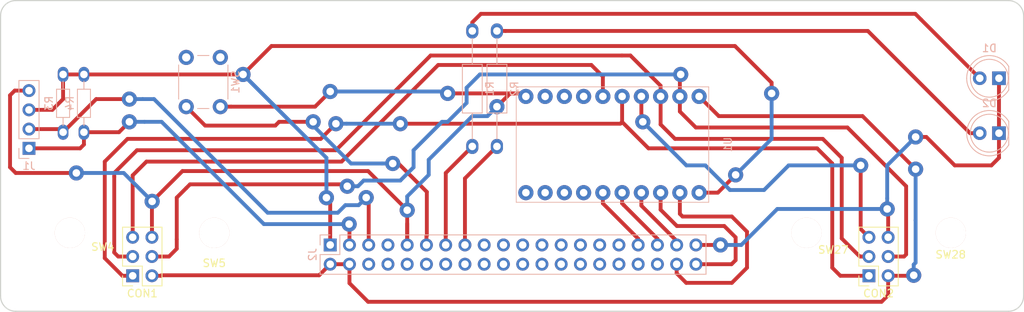
<source format=kicad_pcb>
(kicad_pcb (version 20170922) (host pcbnew "(2017-11-16 revision 00bb00016)-makepkg")

  (general
    (thickness 1.6)
    (drawings 8)
    (tracks 274)
    (zones 0)
    (modules 16)
    (nets 53)
  )

  (page A4)
  (layers
    (0 F.Cu signal)
    (31 B.Cu signal)
    (32 B.Adhes user)
    (33 F.Adhes user)
    (34 B.Paste user)
    (35 F.Paste user)
    (36 B.SilkS user)
    (37 F.SilkS user)
    (38 B.Mask user)
    (39 F.Mask user)
    (40 Dwgs.User user)
    (41 Cmts.User user)
    (42 Eco1.User user)
    (43 Eco2.User user)
    (44 Edge.Cuts user)
    (45 Margin user)
    (46 B.CrtYd user)
    (47 F.CrtYd user)
    (48 B.Fab user)
    (49 F.Fab user)
  )

  (setup
    (last_trace_width 0.5)
    (trace_clearance 0.7)
    (zone_clearance 0.508)
    (zone_45_only yes)
    (trace_min 0.5)
    (segment_width 0.2)
    (edge_width 0.15)
    (via_size 2)
    (via_drill 1)
    (via_min_size 0.8)
    (via_min_drill 0.4)
    (uvia_size 0.3)
    (uvia_drill 0.1)
    (uvias_allowed no)
    (uvia_min_size 0.007874)
    (uvia_min_drill 0.1)
    (pcb_text_width 0.3)
    (pcb_text_size 1.5 1.5)
    (mod_edge_width 0.15)
    (mod_text_size 1 1)
    (mod_text_width 0.15)
    (pad_size 2 1.4)
    (pad_drill 1)
    (pad_to_mask_clearance 0.2)
    (aux_axis_origin 0 0)
    (visible_elements 7FFFFF7F)
    (pcbplotparams
      (layerselection 0x01000_7fffffff)
      (usegerberextensions true)
      (usegerberattributes true)
      (usegerberadvancedattributes true)
      (creategerberjobfile true)
      (excludeedgelayer true)
      (linewidth 0.100000)
      (plotframeref false)
      (viasonmask false)
      (mode 1)
      (useauxorigin false)
      (hpglpennumber 1)
      (hpglpenspeed 20)
      (hpglpendiameter 15)
      (psnegative false)
      (psa4output false)
      (plotreference true)
      (plotvalue true)
      (plotinvisibletext false)
      (padsonsilk false)
      (subtractmaskfromsilk false)
      (outputformat 1)
      (mirror false)
      (drillshape 0)
      (scaleselection 1)
      (outputdirectory gerbers/))
  )

  (net 0 "")
  (net 1 "Net-(D2-Pad2)")
  (net 2 GND)
  (net 3 RST0_AVR)
  (net 4 MOSI_AVR)
  (net 5 SCLK_AVR)
  (net 6 +5V)
  (net 7 MISO_AVR)
  (net 8 RST1_AVR)
  (net 9 LED_GREEN)
  (net 10 LED_RED)
  (net 11 +3V3)
  (net 12 SCL)
  (net 13 SDA)
  (net 14 SCLK_PI)
  (net 15 MOSI_PI)
  (net 16 RST1_PI)
  (net 17 RST0_PI)
  (net 18 MISO_PI)
  (net 19 BTN)
  (net 20 "Net-(J2-Pad29)")
  (net 21 "Net-(J2-Pad28)")
  (net 22 "Net-(J2-Pad27)")
  (net 23 "Net-(J2-Pad26)")
  (net 24 "Net-(J2-Pad24)")
  (net 25 "Net-(J2-Pad23)")
  (net 26 "Net-(J2-Pad22)")
  (net 27 "Net-(J2-Pad21)")
  (net 28 "Net-(J2-Pad19)")
  (net 29 "Net-(J2-Pad18)")
  (net 30 "Net-(J2-Pad17)")
  (net 31 "Net-(J2-Pad16)")
  (net 32 "Net-(J2-Pad14)")
  (net 33 "Net-(J2-Pad12)")
  (net 34 "Net-(J2-Pad10)")
  (net 35 "Net-(J2-Pad8)")
  (net 36 "Net-(J2-Pad7)")
  (net 37 "Net-(U1-Pad14)")
  (net 38 "Net-(U1-Pad13)")
  (net 39 "Net-(U1-Pad12)")
  (net 40 "Net-(U1-Pad10)")
  (net 41 "Net-(U1-Pad9)")
  (net 42 "Net-(U1-Pad8)")
  (net 43 "Net-(U1-Pad6)")
  (net 44 "Net-(J2-Pad31)")
  (net 45 "Net-(D1-Pad2)")
  (net 46 "Net-(J2-Pad34)")
  (net 47 "Net-(J2-Pad30)")
  (net 48 "Net-(J2-Pad25)")
  (net 49 "Net-(J2-Pad20)")
  (net 50 "Net-(J2-Pad6)")
  (net 51 "Net-(J2-Pad32)")
  (net 52 "Net-(J2-Pad36)")

  (net_class Default "This is the default net class."
    (clearance 0.7)
    (trace_width 0.5)
    (via_dia 2)
    (via_drill 1)
    (uvia_dia 0.3)
    (uvia_drill 0.1)
    (diff_pair_gap 0.508)
    (diff_pair_width 0.508)
    (add_net +3V3)
    (add_net +5V)
    (add_net BTN)
    (add_net GND)
    (add_net LED_GREEN)
    (add_net LED_RED)
    (add_net MISO_AVR)
    (add_net MISO_PI)
    (add_net MOSI_AVR)
    (add_net MOSI_PI)
    (add_net "Net-(D1-Pad2)")
    (add_net "Net-(D2-Pad2)")
    (add_net "Net-(J2-Pad10)")
    (add_net "Net-(J2-Pad12)")
    (add_net "Net-(J2-Pad14)")
    (add_net "Net-(J2-Pad16)")
    (add_net "Net-(J2-Pad17)")
    (add_net "Net-(J2-Pad18)")
    (add_net "Net-(J2-Pad19)")
    (add_net "Net-(J2-Pad20)")
    (add_net "Net-(J2-Pad21)")
    (add_net "Net-(J2-Pad22)")
    (add_net "Net-(J2-Pad23)")
    (add_net "Net-(J2-Pad24)")
    (add_net "Net-(J2-Pad25)")
    (add_net "Net-(J2-Pad26)")
    (add_net "Net-(J2-Pad27)")
    (add_net "Net-(J2-Pad28)")
    (add_net "Net-(J2-Pad29)")
    (add_net "Net-(J2-Pad30)")
    (add_net "Net-(J2-Pad31)")
    (add_net "Net-(J2-Pad32)")
    (add_net "Net-(J2-Pad34)")
    (add_net "Net-(J2-Pad36)")
    (add_net "Net-(J2-Pad6)")
    (add_net "Net-(J2-Pad7)")
    (add_net "Net-(J2-Pad8)")
    (add_net "Net-(U1-Pad10)")
    (add_net "Net-(U1-Pad12)")
    (add_net "Net-(U1-Pad13)")
    (add_net "Net-(U1-Pad14)")
    (add_net "Net-(U1-Pad6)")
    (add_net "Net-(U1-Pad8)")
    (add_net "Net-(U1-Pad9)")
    (add_net RST0_AVR)
    (add_net RST0_PI)
    (add_net RST1_AVR)
    (add_net RST1_PI)
    (add_net SCL)
    (add_net SCLK_AVR)
    (add_net SCLK_PI)
    (add_net SDA)
  )

  (module Pin_Headers:Pin_Header_Straight_2x20_Pitch2.54mm (layer B.Cu) (tedit 5A1DD04C) (tstamp 5A1E7941)
    (at 44.25 33.5 270)
    (descr "Through hole straight pin header, 2x20, 2.54mm pitch, double rows")
    (tags "Through hole pin header THT 2x20 2.54mm double row")
    (path /5A1DA3B2)
    (fp_text reference J2 (at 1.27 2.33 270) (layer B.SilkS)
      (effects (font (size 1 1) (thickness 0.15)) (justify mirror))
    )
    (fp_text value RPI (at 1.27 -50.59 270) (layer B.Fab)
      (effects (font (size 1 1) (thickness 0.15)) (justify mirror))
    )
    (fp_text user %R (at 1.27 -24.13 180) (layer B.Fab)
      (effects (font (size 1 1) (thickness 0.15)) (justify mirror))
    )
    (fp_line (start 4.35 1.8) (end -1.8 1.8) (layer B.CrtYd) (width 0.05))
    (fp_line (start 4.35 -50.05) (end 4.35 1.8) (layer B.CrtYd) (width 0.05))
    (fp_line (start -1.8 -50.05) (end 4.35 -50.05) (layer B.CrtYd) (width 0.05))
    (fp_line (start -1.8 1.8) (end -1.8 -50.05) (layer B.CrtYd) (width 0.05))
    (fp_line (start -1.33 1.33) (end 0 1.33) (layer B.SilkS) (width 0.12))
    (fp_line (start -1.33 0) (end -1.33 1.33) (layer B.SilkS) (width 0.12))
    (fp_line (start 1.27 1.33) (end 3.87 1.33) (layer B.SilkS) (width 0.12))
    (fp_line (start 1.27 -1.27) (end 1.27 1.33) (layer B.SilkS) (width 0.12))
    (fp_line (start -1.33 -1.27) (end 1.27 -1.27) (layer B.SilkS) (width 0.12))
    (fp_line (start 3.87 1.33) (end 3.87 -49.59) (layer B.SilkS) (width 0.12))
    (fp_line (start -1.33 -1.27) (end -1.33 -49.59) (layer B.SilkS) (width 0.12))
    (fp_line (start -1.33 -49.59) (end 3.87 -49.59) (layer B.SilkS) (width 0.12))
    (fp_line (start -1.27 0) (end 0 1.27) (layer B.Fab) (width 0.1))
    (fp_line (start -1.27 -49.53) (end -1.27 0) (layer B.Fab) (width 0.1))
    (fp_line (start 3.81 -49.53) (end -1.27 -49.53) (layer B.Fab) (width 0.1))
    (fp_line (start 3.81 1.27) (end 3.81 -49.53) (layer B.Fab) (width 0.1))
    (fp_line (start 0 1.27) (end 3.81 1.27) (layer B.Fab) (width 0.1))
    (pad 40 thru_hole oval (at 2.54 -48.26 270) (size 1.7 1.7) (drill 1) (layers *.Cu *.Mask)
      (net 14 SCLK_PI))
    (pad 39 thru_hole oval (at 0 -48.26 270) (size 1.7 1.7) (drill 1) (layers *.Cu *.Mask)
      (net 2 GND))
    (pad 38 thru_hole oval (at 2.54 -45.72 270) (size 1.7 1.7) (drill 1) (layers *.Cu *.Mask)
      (net 15 MOSI_PI))
    (pad 37 thru_hole oval (at 0 -45.72 270) (size 1.7 1.7) (drill 1) (layers *.Cu *.Mask)
      (net 16 RST1_PI))
    (pad 36 thru_hole oval (at 2.54 -43.18 270) (size 1.7 1.7) (drill 1) (layers *.Cu *.Mask)
      (net 52 "Net-(J2-Pad36)"))
    (pad 35 thru_hole oval (at 0 -43.18 270) (size 1.7 1.7) (drill 1) (layers *.Cu *.Mask)
      (net 18 MISO_PI))
    (pad 34 thru_hole oval (at 2.54 -40.64 270) (size 1.7 1.7) (drill 1) (layers *.Cu *.Mask)
      (net 46 "Net-(J2-Pad34)"))
    (pad 33 thru_hole oval (at 0 -40.64 270) (size 1.7 1.7) (drill 1) (layers *.Cu *.Mask)
      (net 17 RST0_PI))
    (pad 32 thru_hole oval (at 2.54 -38.1 270) (size 1.7 1.7) (drill 1) (layers *.Cu *.Mask)
      (net 51 "Net-(J2-Pad32)"))
    (pad 31 thru_hole oval (at 0 -38.1 270) (size 1.7 1.7) (drill 1) (layers *.Cu *.Mask)
      (net 44 "Net-(J2-Pad31)"))
    (pad 30 thru_hole oval (at 2.54 -35.56 270) (size 1.7 1.7) (drill 1) (layers *.Cu *.Mask)
      (net 47 "Net-(J2-Pad30)"))
    (pad 29 thru_hole oval (at 0 -35.56 270) (size 1.7 1.7) (drill 1) (layers *.Cu *.Mask)
      (net 20 "Net-(J2-Pad29)"))
    (pad 28 thru_hole oval (at 2.54 -33.02 270) (size 1.7 1.7) (drill 1) (layers *.Cu *.Mask)
      (net 21 "Net-(J2-Pad28)"))
    (pad 27 thru_hole oval (at 0 -33.02 270) (size 1.7 1.7) (drill 1) (layers *.Cu *.Mask)
      (net 22 "Net-(J2-Pad27)"))
    (pad 26 thru_hole oval (at 2.54 -30.48 270) (size 1.7 1.7) (drill 1) (layers *.Cu *.Mask)
      (net 23 "Net-(J2-Pad26)"))
    (pad 25 thru_hole oval (at 0 -30.48 270) (size 1.7 1.7) (drill 1) (layers *.Cu *.Mask)
      (net 48 "Net-(J2-Pad25)"))
    (pad 24 thru_hole oval (at 2.54 -27.94 270) (size 1.7 1.7) (drill 1) (layers *.Cu *.Mask)
      (net 24 "Net-(J2-Pad24)"))
    (pad 23 thru_hole oval (at 0 -27.94 270) (size 1.7 1.7) (drill 1) (layers *.Cu *.Mask)
      (net 25 "Net-(J2-Pad23)"))
    (pad 22 thru_hole oval (at 2.54 -25.4 270) (size 1.7 1.7) (drill 1) (layers *.Cu *.Mask)
      (net 26 "Net-(J2-Pad22)"))
    (pad 21 thru_hole oval (at 0 -25.4 270) (size 1.7 1.7) (drill 1) (layers *.Cu *.Mask)
      (net 27 "Net-(J2-Pad21)"))
    (pad 20 thru_hole oval (at 2.54 -22.86 270) (size 1.7 1.7) (drill 1) (layers *.Cu *.Mask)
      (net 49 "Net-(J2-Pad20)"))
    (pad 19 thru_hole oval (at 0 -22.86 270) (size 1.7 1.7) (drill 1) (layers *.Cu *.Mask)
      (net 28 "Net-(J2-Pad19)"))
    (pad 18 thru_hole oval (at 2.54 -20.32 270) (size 1.7 1.7) (drill 1) (layers *.Cu *.Mask)
      (net 29 "Net-(J2-Pad18)"))
    (pad 17 thru_hole oval (at 0 -20.32 270) (size 1.7 1.7) (drill 1) (layers *.Cu *.Mask)
      (net 30 "Net-(J2-Pad17)"))
    (pad 16 thru_hole oval (at 2.54 -17.78 270) (size 1.7 1.7) (drill 1) (layers *.Cu *.Mask)
      (net 31 "Net-(J2-Pad16)"))
    (pad 15 thru_hole oval (at 0 -17.78 270) (size 1.7 1.7) (drill 1) (layers *.Cu *.Mask)
      (net 10 LED_RED))
    (pad 14 thru_hole oval (at 2.54 -15.24 270) (size 1.7 1.7) (drill 1) (layers *.Cu *.Mask)
      (net 32 "Net-(J2-Pad14)"))
    (pad 13 thru_hole oval (at 0 -15.24 270) (size 1.7 1.7) (drill 1) (layers *.Cu *.Mask)
      (net 9 LED_GREEN))
    (pad 12 thru_hole oval (at 2.54 -12.7 270) (size 1.7 1.7) (drill 1) (layers *.Cu *.Mask)
      (net 33 "Net-(J2-Pad12)"))
    (pad 11 thru_hole oval (at 0 -12.7 270) (size 1.7 1.7) (drill 1) (layers *.Cu *.Mask)
      (net 19 BTN))
    (pad 10 thru_hole oval (at 2.54 -10.16 270) (size 1.7 1.7) (drill 1) (layers *.Cu *.Mask)
      (net 34 "Net-(J2-Pad10)"))
    (pad 9 thru_hole oval (at 0 -10.16 270) (size 1.7 1.7) (drill 1) (layers *.Cu *.Mask)
      (net 2 GND))
    (pad 8 thru_hole oval (at 2.54 -7.62 270) (size 1.7 1.7) (drill 1) (layers *.Cu *.Mask)
      (net 35 "Net-(J2-Pad8)"))
    (pad 7 thru_hole oval (at 0 -7.62 270) (size 1.7 1.7) (drill 1) (layers *.Cu *.Mask)
      (net 36 "Net-(J2-Pad7)"))
    (pad 6 thru_hole oval (at 2.54 -5.08 270) (size 1.7 1.7) (drill 1) (layers *.Cu *.Mask)
      (net 50 "Net-(J2-Pad6)"))
    (pad 5 thru_hole oval (at 0 -5.08 270) (size 1.7 1.7) (drill 1) (layers *.Cu *.Mask)
      (net 12 SCL))
    (pad 4 thru_hole oval (at 2.54 -2.54 270) (size 1.7 1.7) (drill 1) (layers *.Cu *.Mask)
      (net 6 +5V))
    (pad 3 thru_hole oval (at 0 -2.54 270) (size 1.7 1.7) (drill 1) (layers *.Cu *.Mask)
      (net 13 SDA))
    (pad 2 thru_hole oval (at 2.54 0 270) (size 1.7 1.7) (drill 1) (layers *.Cu *.Mask)
      (net 6 +5V))
    (pad 1 thru_hole rect (at 0 0 270) (size 1.7 1.7) (drill 1) (layers *.Cu *.Mask)
      (net 11 +3V3))
    (pad "" np_thru_hole circle (at -21.73 4.87 270) (size 3.2 3.2) (drill 3.2) (layers *.Cu *.Mask))
    (pad "" np_thru_hole circle (at -21.73 -53.13 270) (size 3.2 3.2) (drill 3.2) (layers *.Cu *.Mask))
    (model ${KISYS3DMOD}/Pin_Headers.3dshapes/Pin_Header_Straight_2x20_Pitch2.54mm.wrl
      (at (xyz 0 0 0))
      (scale (xyz 1 1 1))
      (rotate (xyz 0 0 0))
    )
  )

  (module CherryMX:Kailh-socket (layer B.Cu) (tedit 5A1DD20C) (tstamp 59EDB965)
    (at 28.95 31.9 180)
    (path /5A0DE9BD/5A1764A4)
    (fp_text reference SW5 (at 0 -4) (layer F.SilkS)
      (effects (font (size 1 1) (thickness 0.15)))
    )
    (fp_text value Socket (at 0 -6 180) (layer B.Fab)
      (effects (font (size 1 1) (thickness 0.15)) (justify mirror))
    )
    (fp_line (start -2.032 1.905) (end -2.032 1.524) (layer B.Fab) (width 0.1))
    (fp_arc (start 3.683 3.81) (end 4.318 3.81) (angle -90) (layer B.Fab) (width 0.1))
    (fp_arc (start -0.762 1.905) (end -2.032 1.905) (angle -90) (layer B.Fab) (width 0.1))
    (fp_arc (start -2.667 1.524) (end -2.032 1.524) (angle -90) (layer B.Fab) (width 0.1))
    (fp_line (start 3.683 3.175) (end -0.762 3.175) (layer B.Fab) (width 0.1))
    (fp_line (start 4.318 6.858) (end 4.318 3.81) (layer B.Fab) (width 0.1))
    (fp_line (start -3.937 6.858) (end 4.318 6.858) (layer B.Fab) (width 0.1))
    (fp_arc (start -3.937 4.953) (end -5.842 4.953) (angle -90) (layer B.Fab) (width 0.1))
    (fp_line (start -5.842 0.889) (end -5.842 4.953) (layer B.Fab) (width 0.1))
    (fp_line (start -5.842 0.889) (end -2.667 0.889) (layer B.Fab) (width 0.1))
    (fp_line (start -7 -7) (end -7 7) (layer Dwgs.User) (width 0.1))
    (fp_line (start 7 -7) (end -7 -7) (layer Dwgs.User) (width 0.1))
    (fp_line (start 7 7) (end 7 -7) (layer Dwgs.User) (width 0.1))
    (fp_line (start -7 7) (end 7 7) (layer Dwgs.User) (width 0.1))
    (pad "" np_thru_hole circle (at 0 0 180) (size 4 4) (drill 4) (layers *.Cu *.Mask B.SilkS))
    (model :3DFiles:KailhMXsocket.step
      (at (xyz -0.02755905511811024 0.1535433070866142 -0.07677165354330709))
      (scale (xyz 1 1 1))
      (rotate (xyz 0 0 90))
    )
  )

  (module CherryMX:Kailh-socket (layer B.Cu) (tedit 5A1DD204) (tstamp 5A158A9F)
    (at 9.9 31.9 180)
    (path /5A0DE9BD/5A176446)
    (fp_text reference SW4 (at -4.346 -1.857) (layer F.SilkS)
      (effects (font (size 1 1) (thickness 0.15)))
    )
    (fp_text value Socket (at 0 -6 180) (layer B.Fab)
      (effects (font (size 1 1) (thickness 0.15)) (justify mirror))
    )
    (fp_line (start -2.032 1.905) (end -2.032 1.524) (layer B.Fab) (width 0.1))
    (fp_arc (start 3.683 3.81) (end 4.318 3.81) (angle -90) (layer B.Fab) (width 0.1))
    (fp_arc (start -0.762 1.905) (end -2.032 1.905) (angle -90) (layer B.Fab) (width 0.1))
    (fp_arc (start -2.667 1.524) (end -2.032 1.524) (angle -90) (layer B.Fab) (width 0.1))
    (fp_line (start 3.683 3.175) (end -0.762 3.175) (layer B.Fab) (width 0.1))
    (fp_line (start 4.318 6.858) (end 4.318 3.81) (layer B.Fab) (width 0.1))
    (fp_line (start -3.937 6.858) (end 4.318 6.858) (layer B.Fab) (width 0.1))
    (fp_arc (start -3.937 4.953) (end -5.842 4.953) (angle -90) (layer B.Fab) (width 0.1))
    (fp_line (start -5.842 0.889) (end -5.842 4.953) (layer B.Fab) (width 0.1))
    (fp_line (start -5.842 0.889) (end -2.667 0.889) (layer B.Fab) (width 0.1))
    (fp_line (start -7 -7) (end -7 7) (layer Dwgs.User) (width 0.1))
    (fp_line (start 7 -7) (end -7 -7) (layer Dwgs.User) (width 0.1))
    (fp_line (start 7 7) (end 7 -7) (layer Dwgs.User) (width 0.1))
    (fp_line (start -7 7) (end 7 7) (layer Dwgs.User) (width 0.1))
    (pad "" np_thru_hole circle (at 0 0 180) (size 4 4) (drill 4) (layers *.Cu *.Mask B.SilkS))
    (model :3DFiles:KailhMXsocket.step
      (at (xyz -0.02755905511811024 0.1535433070866142 -0.07677165354330709))
      (scale (xyz 1 1 1))
      (rotate (xyz 0 0 90))
    )
  )

  (module CherryMX:Kailh-socket (layer B.Cu) (tedit 5A1DD0E3) (tstamp 5A0FB6AE)
    (at 126.15 31.9 180)
    (path /5A0DF911/5A17DD05)
    (fp_text reference SW28 (at 0.017 -2.873) (layer F.SilkS)
      (effects (font (size 1 1) (thickness 0.15)))
    )
    (fp_text value Socket (at 0 -6 180) (layer B.Fab)
      (effects (font (size 1 1) (thickness 0.15)) (justify mirror))
    )
    (fp_line (start -2.032 1.905) (end -2.032 1.524) (layer B.Fab) (width 0.1))
    (fp_arc (start 3.683 3.81) (end 4.318 3.81) (angle -90) (layer B.Fab) (width 0.1))
    (fp_arc (start -0.762 1.905) (end -2.032 1.905) (angle -90) (layer B.Fab) (width 0.1))
    (fp_arc (start -2.667 1.524) (end -2.032 1.524) (angle -90) (layer B.Fab) (width 0.1))
    (fp_line (start 3.683 3.175) (end -0.762 3.175) (layer B.Fab) (width 0.1))
    (fp_line (start 4.318 6.858) (end 4.318 3.81) (layer B.Fab) (width 0.1))
    (fp_line (start -3.937 6.858) (end 4.318 6.858) (layer B.Fab) (width 0.1))
    (fp_arc (start -3.937 4.953) (end -5.842 4.953) (angle -90) (layer B.Fab) (width 0.1))
    (fp_line (start -5.842 0.889) (end -5.842 4.953) (layer B.Fab) (width 0.1))
    (fp_line (start -5.842 0.889) (end -2.667 0.889) (layer B.Fab) (width 0.1))
    (fp_line (start -7 -7) (end -7 7) (layer Dwgs.User) (width 0.1))
    (fp_line (start 7 -7) (end -7 -7) (layer Dwgs.User) (width 0.1))
    (fp_line (start 7 7) (end 7 -7) (layer Dwgs.User) (width 0.1))
    (fp_line (start -7 7) (end 7 7) (layer Dwgs.User) (width 0.1))
    (pad "" np_thru_hole circle (at 0 0 180) (size 4 4) (drill 4) (layers *.Cu *.Mask B.SilkS))
    (model :3DFiles:KailhMXsocket.step
      (at (xyz -0.02755905511811024 0.1535433070866142 -0.07677165354330709))
      (scale (xyz 1 1 1))
      (rotate (xyz 0 0 90))
    )
  )

  (module CherryMX:Kailh-socket (layer B.Cu) (tedit 5A1DD0D2) (tstamp 5A0FB696)
    (at 107.1 31.9 180)
    (path /5A0DF911/5A17DCFE)
    (fp_text reference SW27 (at -3.539 -2.238) (layer F.SilkS)
      (effects (font (size 1 1) (thickness 0.15)))
    )
    (fp_text value Socket (at 0 -6 180) (layer B.Fab)
      (effects (font (size 1 1) (thickness 0.15)) (justify mirror))
    )
    (fp_line (start -2.032 1.905) (end -2.032 1.524) (layer B.Fab) (width 0.1))
    (fp_arc (start 3.683 3.81) (end 4.318 3.81) (angle -90) (layer B.Fab) (width 0.1))
    (fp_arc (start -0.762 1.905) (end -2.032 1.905) (angle -90) (layer B.Fab) (width 0.1))
    (fp_arc (start -2.667 1.524) (end -2.032 1.524) (angle -90) (layer B.Fab) (width 0.1))
    (fp_line (start 3.683 3.175) (end -0.762 3.175) (layer B.Fab) (width 0.1))
    (fp_line (start 4.318 6.858) (end 4.318 3.81) (layer B.Fab) (width 0.1))
    (fp_line (start -3.937 6.858) (end 4.318 6.858) (layer B.Fab) (width 0.1))
    (fp_arc (start -3.937 4.953) (end -5.842 4.953) (angle -90) (layer B.Fab) (width 0.1))
    (fp_line (start -5.842 0.889) (end -5.842 4.953) (layer B.Fab) (width 0.1))
    (fp_line (start -5.842 0.889) (end -2.667 0.889) (layer B.Fab) (width 0.1))
    (fp_line (start -7 -7) (end -7 7) (layer Dwgs.User) (width 0.1))
    (fp_line (start 7 -7) (end -7 -7) (layer Dwgs.User) (width 0.1))
    (fp_line (start 7 7) (end 7 -7) (layer Dwgs.User) (width 0.1))
    (fp_line (start -7 7) (end 7 7) (layer Dwgs.User) (width 0.1))
    (pad "" np_thru_hole circle (at 0 0 180) (size 4 4) (drill 4) (layers *.Cu *.Mask B.SilkS))
    (model :3DFiles:KailhMXsocket.step
      (at (xyz -0.02755905511811024 0.1535433070866142 -0.07677165354330709))
      (scale (xyz 1 1 1))
      (rotate (xyz 0 0 90))
    )
  )

  (module Pin_Headers:Pin_Header_Straight_2x03_Pitch2.54mm (layer B.Cu) (tedit 5A1DAF0E) (tstamp 5A1585A6)
    (at 18.183 37.567)
    (descr "Through hole straight pin header, 2x03, 2.54mm pitch, double rows")
    (tags "Through hole pin header THT 2x03 2.54mm double row")
    (path /5A1DBB06)
    (fp_text reference CON1 (at 1.27 2.33) (layer F.SilkS)
      (effects (font (size 1 1) (thickness 0.15)))
    )
    (fp_text value AVR-ISP-6 (at 1.27 -7.41) (layer B.Fab)
      (effects (font (size 1 1) (thickness 0.15)) (justify mirror))
    )
    (fp_line (start 0 1.27) (end 3.81 1.27) (layer B.Fab) (width 0.1))
    (fp_line (start 3.81 1.27) (end 3.81 -6.35) (layer B.Fab) (width 0.1))
    (fp_line (start 3.81 -6.35) (end -1.27 -6.35) (layer B.Fab) (width 0.1))
    (fp_line (start -1.27 -6.35) (end -1.27 0) (layer B.Fab) (width 0.1))
    (fp_line (start -1.27 0) (end 0 1.27) (layer B.Fab) (width 0.1))
    (fp_line (start -1.33 -6.41) (end 3.87 -6.41) (layer F.SilkS) (width 0.12))
    (fp_line (start -1.33 -1.27) (end -1.33 -6.41) (layer F.SilkS) (width 0.12))
    (fp_line (start 3.87 1.33) (end 3.87 -6.41) (layer F.SilkS) (width 0.12))
    (fp_line (start -1.33 -1.27) (end 1.27 -1.27) (layer F.SilkS) (width 0.12))
    (fp_line (start 1.27 -1.27) (end 1.27 1.33) (layer F.SilkS) (width 0.12))
    (fp_line (start 1.27 1.33) (end 3.87 1.33) (layer F.SilkS) (width 0.12))
    (fp_line (start -1.33 0) (end -1.33 1.33) (layer F.SilkS) (width 0.12))
    (fp_line (start -1.33 1.33) (end 0 1.33) (layer F.SilkS) (width 0.12))
    (fp_line (start -1.8 1.8) (end -1.8 -6.85) (layer B.CrtYd) (width 0.05))
    (fp_line (start -1.8 -6.85) (end 4.35 -6.85) (layer B.CrtYd) (width 0.05))
    (fp_line (start 4.35 -6.85) (end 4.35 1.8) (layer B.CrtYd) (width 0.05))
    (fp_line (start 4.35 1.8) (end -1.8 1.8) (layer B.CrtYd) (width 0.05))
    (fp_text user %R (at 1.27 -2.54 -90) (layer B.Fab)
      (effects (font (size 1 1) (thickness 0.15)) (justify mirror))
    )
    (pad 1 thru_hole rect (at 0 0) (size 1.7 1.7) (drill 1) (layers *.Cu *.Mask)
      (net 7 MISO_AVR))
    (pad 2 thru_hole oval (at 2.54 0) (size 1.7 1.7) (drill 1) (layers *.Cu *.Mask)
      (net 6 +5V))
    (pad 3 thru_hole oval (at 0 -2.54) (size 1.7 1.7) (drill 1) (layers *.Cu *.Mask)
      (net 5 SCLK_AVR))
    (pad 4 thru_hole oval (at 2.54 -2.54) (size 1.7 1.7) (drill 1) (layers *.Cu *.Mask)
      (net 4 MOSI_AVR))
    (pad 5 thru_hole oval (at 0 -5.08) (size 1.7 1.7) (drill 1) (layers *.Cu *.Mask)
      (net 3 RST0_AVR))
    (pad 6 thru_hole oval (at 2.54 -5.08) (size 1.7 1.7) (drill 1) (layers *.Cu *.Mask)
      (net 2 GND))
  )

  (module Pin_Headers:Pin_Header_Straight_2x03_Pitch2.54mm (layer B.Cu) (tedit 5A1DAF15) (tstamp 5A158825)
    (at 115.338 37.567)
    (descr "Through hole straight pin header, 2x03, 2.54mm pitch, double rows")
    (tags "Through hole pin header THT 2x03 2.54mm double row")
    (path /5A1DBF33)
    (fp_text reference CON2 (at 1.27 2.33) (layer F.SilkS)
      (effects (font (size 1 1) (thickness 0.15)))
    )
    (fp_text value AVR-ISP-6 (at 1.27 -7.41) (layer B.Fab)
      (effects (font (size 1 1) (thickness 0.15)) (justify mirror))
    )
    (fp_text user %R (at 1.27 -2.54 -90) (layer B.Fab)
      (effects (font (size 1 1) (thickness 0.15)) (justify mirror))
    )
    (fp_line (start 4.35 1.8) (end -1.8 1.8) (layer B.CrtYd) (width 0.05))
    (fp_line (start 4.35 -6.85) (end 4.35 1.8) (layer B.CrtYd) (width 0.05))
    (fp_line (start -1.8 -6.85) (end 4.35 -6.85) (layer B.CrtYd) (width 0.05))
    (fp_line (start -1.8 1.8) (end -1.8 -6.85) (layer B.CrtYd) (width 0.05))
    (fp_line (start -1.33 1.33) (end 0 1.33) (layer F.SilkS) (width 0.12))
    (fp_line (start -1.33 0) (end -1.33 1.33) (layer F.SilkS) (width 0.12))
    (fp_line (start 1.27 1.33) (end 3.87 1.33) (layer F.SilkS) (width 0.12))
    (fp_line (start 1.27 -1.27) (end 1.27 1.33) (layer F.SilkS) (width 0.12))
    (fp_line (start -1.33 -1.27) (end 1.27 -1.27) (layer F.SilkS) (width 0.12))
    (fp_line (start 3.87 1.33) (end 3.87 -6.41) (layer F.SilkS) (width 0.12))
    (fp_line (start -1.33 -1.27) (end -1.33 -6.41) (layer F.SilkS) (width 0.12))
    (fp_line (start -1.33 -6.41) (end 3.87 -6.41) (layer F.SilkS) (width 0.12))
    (fp_line (start -1.27 0) (end 0 1.27) (layer B.Fab) (width 0.1))
    (fp_line (start -1.27 -6.35) (end -1.27 0) (layer B.Fab) (width 0.1))
    (fp_line (start 3.81 -6.35) (end -1.27 -6.35) (layer B.Fab) (width 0.1))
    (fp_line (start 3.81 1.27) (end 3.81 -6.35) (layer B.Fab) (width 0.1))
    (fp_line (start 0 1.27) (end 3.81 1.27) (layer B.Fab) (width 0.1))
    (pad 6 thru_hole oval (at 2.54 -5.08) (size 1.7 1.7) (drill 1) (layers *.Cu *.Mask)
      (net 2 GND))
    (pad 5 thru_hole oval (at 0 -5.08) (size 1.7 1.7) (drill 1) (layers *.Cu *.Mask)
      (net 8 RST1_AVR))
    (pad 4 thru_hole oval (at 2.54 -2.54) (size 1.7 1.7) (drill 1) (layers *.Cu *.Mask)
      (net 4 MOSI_AVR))
    (pad 3 thru_hole oval (at 0 -2.54) (size 1.7 1.7) (drill 1) (layers *.Cu *.Mask)
      (net 5 SCLK_AVR))
    (pad 2 thru_hole oval (at 2.54 0) (size 1.7 1.7) (drill 1) (layers *.Cu *.Mask)
      (net 6 +5V))
    (pad 1 thru_hole rect (at 0 0) (size 1.7 1.7) (drill 1) (layers *.Cu *.Mask)
      (net 7 MISO_AVR))
  )

  (module LEDs:LED_D5.0mm (layer B.Cu) (tedit 5A1DE5E8) (tstamp 5A1E78D9)
    (at 132.5 11.5 180)
    (descr "LED, diameter 5.0mm, 2 pins, http://cdn-reichelt.de/documents/datenblatt/A500/LL-504BC2E-009.pdf")
    (tags "LED diameter 5.0mm 2 pins")
    (path /5A1DD521)
    (fp_text reference D1 (at 1.27 3.96 180) (layer B.SilkS)
      (effects (font (size 1 1) (thickness 0.15)) (justify mirror))
    )
    (fp_text value Green (at 1.27 -3.96 180) (layer B.Fab)
      (effects (font (size 1 1) (thickness 0.15)) (justify mirror))
    )
    (fp_text user %R (at 1.25 0 180) (layer B.Fab)
      (effects (font (size 0.8 0.8) (thickness 0.2)) (justify mirror))
    )
    (fp_line (start 4.5 3.25) (end -1.95 3.25) (layer B.CrtYd) (width 0.05))
    (fp_line (start 4.5 -3.25) (end 4.5 3.25) (layer B.CrtYd) (width 0.05))
    (fp_line (start -1.95 -3.25) (end 4.5 -3.25) (layer B.CrtYd) (width 0.05))
    (fp_line (start -1.95 3.25) (end -1.95 -3.25) (layer B.CrtYd) (width 0.05))
    (fp_line (start -1.29 1.545) (end -1.29 -1.545) (layer B.SilkS) (width 0.12))
    (fp_line (start -1.23 1.469694) (end -1.23 -1.469694) (layer B.Fab) (width 0.1))
    (fp_circle (center 1.27 0) (end 3.77 0) (layer B.SilkS) (width 0.12))
    (fp_circle (center 1.27 0) (end 3.77 0) (layer B.Fab) (width 0.1))
    (fp_arc (start 1.27 0) (end -1.29 -1.54483) (angle 148.9) (layer B.SilkS) (width 0.12))
    (fp_arc (start 1.27 0) (end -1.29 1.54483) (angle -148.9) (layer B.SilkS) (width 0.12))
    (fp_arc (start 1.27 0) (end -1.23 1.469694) (angle -299.1) (layer B.Fab) (width 0.1))
    (pad 2 thru_hole circle (at 2.54 0 180) (size 1.8 1.8) (drill 1) (layers *.Cu *.Mask)
      (net 45 "Net-(D1-Pad2)"))
    (pad 1 thru_hole rect (at 0 0 180) (size 1.8 1.8) (drill 1) (layers *.Cu *.Mask)
      (net 2 GND))
    (model ${KISYS3DMOD}/LEDs.3dshapes/LED_D5.0mm.wrl
      (at (xyz 0 0 0))
      (scale (xyz 0.393701 0.393701 0.393701))
      (rotate (xyz 0 0 0))
    )
  )

  (module LEDs:LED_D5.0mm (layer B.Cu) (tedit 5A1DE5E0) (tstamp 5A1E78EB)
    (at 132.5 18.75 180)
    (descr "LED, diameter 5.0mm, 2 pins, http://cdn-reichelt.de/documents/datenblatt/A500/LL-504BC2E-009.pdf")
    (tags "LED diameter 5.0mm 2 pins")
    (path /5A1DDBFE)
    (fp_text reference D2 (at 1.27 3.96 180) (layer B.SilkS)
      (effects (font (size 1 1) (thickness 0.15)) (justify mirror))
    )
    (fp_text value Red (at 1.27 -3.96 180) (layer B.Fab)
      (effects (font (size 1 1) (thickness 0.15)) (justify mirror))
    )
    (fp_arc (start 1.27 0) (end -1.23 1.469694) (angle -299.1) (layer B.Fab) (width 0.1))
    (fp_arc (start 1.27 0) (end -1.29 1.54483) (angle -148.9) (layer B.SilkS) (width 0.12))
    (fp_arc (start 1.27 0) (end -1.29 -1.54483) (angle 148.9) (layer B.SilkS) (width 0.12))
    (fp_circle (center 1.27 0) (end 3.77 0) (layer B.Fab) (width 0.1))
    (fp_circle (center 1.27 0) (end 3.77 0) (layer B.SilkS) (width 0.12))
    (fp_line (start -1.23 1.469694) (end -1.23 -1.469694) (layer B.Fab) (width 0.1))
    (fp_line (start -1.29 1.545) (end -1.29 -1.545) (layer B.SilkS) (width 0.12))
    (fp_line (start -1.95 3.25) (end -1.95 -3.25) (layer B.CrtYd) (width 0.05))
    (fp_line (start -1.95 -3.25) (end 4.5 -3.25) (layer B.CrtYd) (width 0.05))
    (fp_line (start 4.5 -3.25) (end 4.5 3.25) (layer B.CrtYd) (width 0.05))
    (fp_line (start 4.5 3.25) (end -1.95 3.25) (layer B.CrtYd) (width 0.05))
    (fp_text user %R (at 1.25 0 180) (layer B.Fab)
      (effects (font (size 0.8 0.8) (thickness 0.2)) (justify mirror))
    )
    (pad 1 thru_hole rect (at 0 0 180) (size 1.8 1.8) (drill 1) (layers *.Cu *.Mask)
      (net 2 GND))
    (pad 2 thru_hole circle (at 2.54 0 180) (size 1.8 1.8) (drill 1) (layers *.Cu *.Mask)
      (net 1 "Net-(D2-Pad2)"))
    (model ${KISYS3DMOD}/LEDs.3dshapes/LED_D5.0mm.wrl
      (at (xyz 0 0 0))
      (scale (xyz 0.393701 0.393701 0.393701))
      (rotate (xyz 0 0 0))
    )
  )

  (module Pin_Headers:Pin_Header_Straight_1x04_Pitch2.54mm (layer B.Cu) (tedit 59650532) (tstamp 5A1EC451)
    (at 4.5 20.75)
    (descr "Through hole straight pin header, 1x04, 2.54mm pitch, single row")
    (tags "Through hole pin header THT 1x04 2.54mm single row")
    (path /5A1DBFD7)
    (fp_text reference J1 (at 0 2.33) (layer B.SilkS)
      (effects (font (size 1 1) (thickness 0.15)) (justify mirror))
    )
    (fp_text value OLED (at 0 -9.95) (layer B.Fab)
      (effects (font (size 1 1) (thickness 0.15)) (justify mirror))
    )
    (fp_text user %R (at 0 -3.81 -90) (layer B.Fab)
      (effects (font (size 1 1) (thickness 0.15)) (justify mirror))
    )
    (fp_line (start 1.8 1.8) (end -1.8 1.8) (layer B.CrtYd) (width 0.05))
    (fp_line (start 1.8 -9.4) (end 1.8 1.8) (layer B.CrtYd) (width 0.05))
    (fp_line (start -1.8 -9.4) (end 1.8 -9.4) (layer B.CrtYd) (width 0.05))
    (fp_line (start -1.8 1.8) (end -1.8 -9.4) (layer B.CrtYd) (width 0.05))
    (fp_line (start -1.33 1.33) (end 0 1.33) (layer B.SilkS) (width 0.12))
    (fp_line (start -1.33 0) (end -1.33 1.33) (layer B.SilkS) (width 0.12))
    (fp_line (start -1.33 -1.27) (end 1.33 -1.27) (layer B.SilkS) (width 0.12))
    (fp_line (start 1.33 -1.27) (end 1.33 -8.95) (layer B.SilkS) (width 0.12))
    (fp_line (start -1.33 -1.27) (end -1.33 -8.95) (layer B.SilkS) (width 0.12))
    (fp_line (start -1.33 -8.95) (end 1.33 -8.95) (layer B.SilkS) (width 0.12))
    (fp_line (start -1.27 0.635) (end -0.635 1.27) (layer B.Fab) (width 0.1))
    (fp_line (start -1.27 -8.89) (end -1.27 0.635) (layer B.Fab) (width 0.1))
    (fp_line (start 1.27 -8.89) (end -1.27 -8.89) (layer B.Fab) (width 0.1))
    (fp_line (start 1.27 1.27) (end 1.27 -8.89) (layer B.Fab) (width 0.1))
    (fp_line (start -0.635 1.27) (end 1.27 1.27) (layer B.Fab) (width 0.1))
    (pad 4 thru_hole oval (at 0 -7.62) (size 1.7 1.7) (drill 1) (layers *.Cu *.Mask)
      (net 2 GND))
    (pad 3 thru_hole oval (at 0 -5.08) (size 1.7 1.7) (drill 1) (layers *.Cu *.Mask)
      (net 11 +3V3))
    (pad 2 thru_hole oval (at 0 -2.54) (size 1.7 1.7) (drill 1) (layers *.Cu *.Mask)
      (net 12 SCL))
    (pad 1 thru_hole rect (at 0 0) (size 1.7 1.7) (drill 1) (layers *.Cu *.Mask)
      (net 13 SDA))
    (model ${KISYS3DMOD}/Pin_Headers.3dshapes/Pin_Header_Straight_1x04_Pitch2.54mm.wrl
      (at (xyz 0 0 0))
      (scale (xyz 1 1 1))
      (rotate (xyz 0 0 0))
    )
  )

  (module Buttons_Switches_ThroughHole:SW_PUSH_6mm (layer B.Cu) (tedit 5A1DD7DE) (tstamp 5A1E7E44)
    (at 29.75 15.25 90)
    (descr https://www.omron.com/ecb/products/pdf/en-b3f.pdf)
    (tags "tact sw push 6mm")
    (path /5A1DC93D)
    (fp_text reference SW1 (at 3.25 2 90) (layer B.SilkS)
      (effects (font (size 1 1) (thickness 0.15)) (justify mirror))
    )
    (fp_text value SW_Push (at 3.75 -6.7 90) (layer B.Fab)
      (effects (font (size 1 1) (thickness 0.15)) (justify mirror))
    )
    (fp_circle (center 3.25 -2.25) (end 1.25 -2.5) (layer B.Fab) (width 0.1))
    (fp_line (start 6.75 -3) (end 6.75 -1.5) (layer B.SilkS) (width 0.12))
    (fp_line (start 5.5 1) (end 1 1) (layer B.SilkS) (width 0.12))
    (fp_line (start -0.25 -1.5) (end -0.25 -3) (layer B.SilkS) (width 0.12))
    (fp_line (start 1 -5.5) (end 5.5 -5.5) (layer B.SilkS) (width 0.12))
    (fp_line (start 8 1.25) (end 8 -5.75) (layer B.CrtYd) (width 0.05))
    (fp_line (start 7.75 -6) (end -1.25 -6) (layer B.CrtYd) (width 0.05))
    (fp_line (start -1.5 -5.75) (end -1.5 1.25) (layer B.CrtYd) (width 0.05))
    (fp_line (start -1.25 1.5) (end 7.75 1.5) (layer B.CrtYd) (width 0.05))
    (fp_line (start -1.5 -6) (end -1.25 -6) (layer B.CrtYd) (width 0.05))
    (fp_line (start -1.5 -5.75) (end -1.5 -6) (layer B.CrtYd) (width 0.05))
    (fp_line (start -1.5 1.5) (end -1.25 1.5) (layer B.CrtYd) (width 0.05))
    (fp_line (start -1.5 1.25) (end -1.5 1.5) (layer B.CrtYd) (width 0.05))
    (fp_line (start 8 1.5) (end 8 1.25) (layer B.CrtYd) (width 0.05))
    (fp_line (start 7.75 1.5) (end 8 1.5) (layer B.CrtYd) (width 0.05))
    (fp_line (start 8 -6) (end 8 -5.75) (layer B.CrtYd) (width 0.05))
    (fp_line (start 7.75 -6) (end 8 -6) (layer B.CrtYd) (width 0.05))
    (fp_line (start 0.25 0.75) (end 3.25 0.75) (layer B.Fab) (width 0.1))
    (fp_line (start 0.25 -5.25) (end 0.25 0.75) (layer B.Fab) (width 0.1))
    (fp_line (start 6.25 -5.25) (end 0.25 -5.25) (layer B.Fab) (width 0.1))
    (fp_line (start 6.25 0.75) (end 6.25 -5.25) (layer B.Fab) (width 0.1))
    (fp_line (start 3.25 0.75) (end 6.25 0.75) (layer B.Fab) (width 0.1))
    (fp_text user %R (at 3.25 -2.25 90) (layer B.Fab)
      (effects (font (size 1 1) (thickness 0.15)) (justify mirror))
    )
    (pad 1 thru_hole circle (at 6.5 0) (size 2 2) (drill 1.1) (layers *.Cu *.Mask))
    (pad 2 thru_hole circle (at 6.5 -4.5) (size 2 2) (drill 1.1) (layers *.Cu *.Mask))
    (pad 1 thru_hole circle (at 0 0) (size 2 2) (drill 1.1) (layers *.Cu *.Mask)
      (net 2 GND))
    (pad 2 thru_hole circle (at 0 -4.5) (size 2 2) (drill 1.1) (layers *.Cu *.Mask)
      (net 19 BTN))
    (model ${KISYS3DMOD}/Buttons_Switches_THT.3dshapes/SW_PUSH_6mm.wrl
      (at (xyz 0.005 0 0))
      (scale (xyz 0.3937 0.3937 0.3937))
      (rotate (xyz 0 0 0))
    )
  )

  (module plug-in-modules:Adafruit-TXB0108 (layer B.Cu) (tedit 5A1DB3AA) (tstamp 5A1FA53C)
    (at 81.5 20.25 90)
    (path /5A1DA602)
    (fp_text reference U1 (at 0 15.24 90) (layer B.SilkS)
      (effects (font (size 1 1) (thickness 0.15)) (justify mirror))
    )
    (fp_text value TXB0108DQSR (at 0 13.97 90) (layer B.Fab)
      (effects (font (size 1 1) (thickness 0.15)) (justify mirror))
    )
    (fp_line (start -7.62 12.7) (end 7.62 12.7) (layer B.SilkS) (width 0.1))
    (fp_line (start 7.62 12.7) (end 7.62 -12.7) (layer B.SilkS) (width 0.1))
    (fp_line (start 7.62 -12.7) (end -7.62 -12.7) (layer B.SilkS) (width 0.1))
    (fp_line (start -7.62 -12.7) (end -7.62 12.7) (layer B.SilkS) (width 0.1))
    (pad 1 thru_hole circle (at -6.35 8.89 90) (size 2 2) (drill 1) (layers *.Cu *.Mask)
      (net 15 MOSI_PI))
    (pad 2 thru_hole circle (at -6.35 6.35 90) (size 2 2) (drill 1) (layers *.Cu *.Mask)
      (net 14 SCLK_PI))
    (pad 3 thru_hole circle (at -6.35 3.81 90) (size 2 2) (drill 1) (layers *.Cu *.Mask)
      (net 16 RST1_PI))
    (pad 4 thru_hole circle (at -6.35 1.27 90) (size 2 2) (drill 1) (layers *.Cu *.Mask)
      (net 18 MISO_PI))
    (pad 5 thru_hole circle (at -6.35 11.43 90) (size 2 2) (drill 1) (layers *.Cu *.Mask)
      (net 11 +3V3))
    (pad 6 thru_hole circle (at -6.35 -11.43 90) (size 2 2) (drill 1) (layers *.Cu *.Mask)
      (net 43 "Net-(U1-Pad6)"))
    (pad 7 thru_hole circle (at -6.35 -1.27 90) (size 2 2) (drill 1) (layers *.Cu *.Mask)
      (net 17 RST0_PI))
    (pad 8 thru_hole circle (at -6.35 -3.81 90) (size 2 2) (drill 1) (layers *.Cu *.Mask)
      (net 42 "Net-(U1-Pad8)"))
    (pad 9 thru_hole circle (at -6.35 -6.35 90) (size 2 2) (drill 1) (layers *.Cu *.Mask)
      (net 41 "Net-(U1-Pad9)"))
    (pad 10 thru_hole circle (at -6.35 -8.89 90) (size 2 2) (drill 1) (layers *.Cu *.Mask)
      (net 40 "Net-(U1-Pad10)"))
    (pad 11 thru_hole circle (at 6.35 -11.43 90) (size 2 2) (drill 1) (layers *.Cu *.Mask)
      (net 2 GND))
    (pad 12 thru_hole circle (at 6.35 -8.89 90) (size 2 2) (drill 1) (layers *.Cu *.Mask)
      (net 39 "Net-(U1-Pad12)"))
    (pad 13 thru_hole circle (at 6.35 -6.35 90) (size 2 2) (drill 1) (layers *.Cu *.Mask)
      (net 38 "Net-(U1-Pad13)"))
    (pad 14 thru_hole circle (at 6.35 -3.81 90) (size 2 2) (drill 1) (layers *.Cu *.Mask)
      (net 37 "Net-(U1-Pad14)"))
    (pad 15 thru_hole circle (at 6.35 -1.27 90) (size 2 2) (drill 1) (layers *.Cu *.Mask)
      (net 3 RST0_AVR))
    (pad 16 thru_hole circle (at 6.35 1.27 90) (size 2 2) (drill 1) (layers *.Cu *.Mask)
      (net 7 MISO_AVR))
    (pad 17 thru_hole circle (at 6.35 3.81 90) (size 2 2) (drill 1) (layers *.Cu *.Mask)
      (net 8 RST1_AVR))
    (pad 18 thru_hole circle (at 6.35 6.35 90) (size 2 2) (drill 1) (layers *.Cu *.Mask)
      (net 5 SCLK_AVR))
    (pad 19 thru_hole circle (at 6.35 11.43 90) (size 2 2) (drill 1) (layers *.Cu *.Mask)
      (net 6 +5V))
    (pad 20 thru_hole circle (at 6.35 8.89 90) (size 2 2) (drill 1) (layers *.Cu *.Mask)
      (net 4 MOSI_AVR))
  )

  (module Resistors_ThroughHole:R_Axial_DIN0204_L3.6mm_D1.6mm_P7.62mm_Horizontal (layer B.Cu) (tedit 5A1DE76C) (tstamp 5A1E7A25)
    (at 9 11 270)
    (descr "Resistor, Axial_DIN0204 series, Axial, Horizontal, pin pitch=7.62mm, 0.16666666666666666W = 1/6W, length*diameter=3.6*1.6mm^2, http://cdn-reichelt.de/documents/datenblatt/B400/1_4W%23YAG.pdf")
    (tags "Resistor Axial_DIN0204 series Axial Horizontal pin pitch 7.62mm 0.16666666666666666W = 1/6W length 3.6mm diameter 1.6mm")
    (path /5A1EC202)
    (fp_text reference R3 (at 3.81 1.86 270) (layer B.SilkS)
      (effects (font (size 1 1) (thickness 0.15)) (justify mirror))
    )
    (fp_text value 4.7k (at 3.81 -1.86 270) (layer B.Fab)
      (effects (font (size 1 1) (thickness 0.15)) (justify mirror))
    )
    (fp_line (start 8.6 1.15) (end -0.95 1.15) (layer B.CrtYd) (width 0.05))
    (fp_line (start 8.6 -1.15) (end 8.6 1.15) (layer B.CrtYd) (width 0.05))
    (fp_line (start -0.95 -1.15) (end 8.6 -1.15) (layer B.CrtYd) (width 0.05))
    (fp_line (start -0.95 1.15) (end -0.95 -1.15) (layer B.CrtYd) (width 0.05))
    (fp_line (start 6.74 0) (end 5.67 0) (layer B.SilkS) (width 0.12))
    (fp_line (start 0.88 0) (end 1.95 0) (layer B.SilkS) (width 0.12))
    (fp_line (start 5.67 0.86) (end 1.95 0.86) (layer B.SilkS) (width 0.12))
    (fp_line (start 5.67 -0.86) (end 5.67 0.86) (layer B.SilkS) (width 0.12))
    (fp_line (start 1.95 -0.86) (end 5.67 -0.86) (layer B.SilkS) (width 0.12))
    (fp_line (start 1.95 0.86) (end 1.95 -0.86) (layer B.SilkS) (width 0.12))
    (fp_line (start 7.62 0) (end 5.61 0) (layer B.Fab) (width 0.1))
    (fp_line (start 0 0) (end 2.01 0) (layer B.Fab) (width 0.1))
    (fp_line (start 5.61 0.8) (end 2.01 0.8) (layer B.Fab) (width 0.1))
    (fp_line (start 5.61 -0.8) (end 5.61 0.8) (layer B.Fab) (width 0.1))
    (fp_line (start 2.01 -0.8) (end 5.61 -0.8) (layer B.Fab) (width 0.1))
    (fp_line (start 2.01 0.8) (end 2.01 -0.8) (layer B.Fab) (width 0.1))
    (pad 2 thru_hole oval (at 7.62 0 270) (size 2 1.4) (drill 1) (layers *.Cu *.Mask)
      (net 12 SCL))
    (pad 1 thru_hole oval (at 0 0 270) (size 2 1.4) (drill 1) (layers *.Cu *.Mask)
      (net 11 +3V3))
    (model ${KISYS3DMOD}/Resistors_THT.3dshapes/R_Axial_DIN0204_L3.6mm_D1.6mm_P7.62mm_Horizontal.wrl
      (at (xyz 0 0 0))
      (scale (xyz 0.393701 0.393701 0.393701))
      (rotate (xyz 0 0 0))
    )
  )

  (module Resistors_ThroughHole:R_Axial_DIN0204_L3.6mm_D1.6mm_P7.62mm_Horizontal (layer B.Cu) (tedit 5A1DE594) (tstamp 5A1E7A3B)
    (at 11.75 11 270)
    (descr "Resistor, Axial_DIN0204 series, Axial, Horizontal, pin pitch=7.62mm, 0.16666666666666666W = 1/6W, length*diameter=3.6*1.6mm^2, http://cdn-reichelt.de/documents/datenblatt/B400/1_4W%23YAG.pdf")
    (tags "Resistor Axial_DIN0204 series Axial Horizontal pin pitch 7.62mm 0.16666666666666666W = 1/6W length 3.6mm diameter 1.6mm")
    (path /5A1EC3C2)
    (fp_text reference R4 (at 3.81 1.86 270) (layer B.SilkS)
      (effects (font (size 1 1) (thickness 0.15)) (justify mirror))
    )
    (fp_text value 4.7k (at 3.81 -1.86 270) (layer B.Fab)
      (effects (font (size 1 1) (thickness 0.15)) (justify mirror))
    )
    (fp_line (start 2.01 0.8) (end 2.01 -0.8) (layer B.Fab) (width 0.1))
    (fp_line (start 2.01 -0.8) (end 5.61 -0.8) (layer B.Fab) (width 0.1))
    (fp_line (start 5.61 -0.8) (end 5.61 0.8) (layer B.Fab) (width 0.1))
    (fp_line (start 5.61 0.8) (end 2.01 0.8) (layer B.Fab) (width 0.1))
    (fp_line (start 0 0) (end 2.01 0) (layer B.Fab) (width 0.1))
    (fp_line (start 7.62 0) (end 5.61 0) (layer B.Fab) (width 0.1))
    (fp_line (start 1.95 0.86) (end 1.95 -0.86) (layer B.SilkS) (width 0.12))
    (fp_line (start 1.95 -0.86) (end 5.67 -0.86) (layer B.SilkS) (width 0.12))
    (fp_line (start 5.67 -0.86) (end 5.67 0.86) (layer B.SilkS) (width 0.12))
    (fp_line (start 5.67 0.86) (end 1.95 0.86) (layer B.SilkS) (width 0.12))
    (fp_line (start 0.88 0) (end 1.95 0) (layer B.SilkS) (width 0.12))
    (fp_line (start 6.74 0) (end 5.67 0) (layer B.SilkS) (width 0.12))
    (fp_line (start -0.95 1.15) (end -0.95 -1.15) (layer B.CrtYd) (width 0.05))
    (fp_line (start -0.95 -1.15) (end 8.6 -1.15) (layer B.CrtYd) (width 0.05))
    (fp_line (start 8.6 -1.15) (end 8.6 1.15) (layer B.CrtYd) (width 0.05))
    (fp_line (start 8.6 1.15) (end -0.95 1.15) (layer B.CrtYd) (width 0.05))
    (pad 1 thru_hole oval (at 0 0 270) (size 2 1.4) (drill 1) (layers *.Cu *.Mask)
      (net 11 +3V3))
    (pad 2 thru_hole oval (at 7.62 0 270) (size 2 1.4) (drill 1) (layers *.Cu *.Mask)
      (net 13 SDA))
    (model ${KISYS3DMOD}/Resistors_THT.3dshapes/R_Axial_DIN0204_L3.6mm_D1.6mm_P7.62mm_Horizontal.wrl
      (at (xyz 0 0 0))
      (scale (xyz 0.393701 0.393701 0.393701))
      (rotate (xyz 0 0 0))
    )
  )

  (module Resistors_ThroughHole:R_Axial_DIN0207_L6.3mm_D2.5mm_P15.24mm_Horizontal (layer B.Cu) (tedit 5A1DE5C6) (tstamp 5A1F0CC6)
    (at 63 20.5 90)
    (descr "Resistor, Axial_DIN0207 series, Axial, Horizontal, pin pitch=15.24mm, 0.25W = 1/4W, length*diameter=6.3*2.5mm^2, http://cdn-reichelt.de/documents/datenblatt/B400/1_4W%23YAG.pdf")
    (tags "Resistor Axial_DIN0207 series Axial Horizontal pin pitch 15.24mm 0.25W = 1/4W length 6.3mm diameter 2.5mm")
    (path /5A1DEA76)
    (fp_text reference R1 (at 7.62 2.31 90) (layer B.SilkS)
      (effects (font (size 1 1) (thickness 0.15)) (justify mirror))
    )
    (fp_text value 200R (at 7.62 -2.31 90) (layer B.Fab)
      (effects (font (size 1 1) (thickness 0.15)) (justify mirror))
    )
    (fp_line (start 4.47 1.25) (end 4.47 -1.25) (layer B.Fab) (width 0.1))
    (fp_line (start 4.47 -1.25) (end 10.77 -1.25) (layer B.Fab) (width 0.1))
    (fp_line (start 10.77 -1.25) (end 10.77 1.25) (layer B.Fab) (width 0.1))
    (fp_line (start 10.77 1.25) (end 4.47 1.25) (layer B.Fab) (width 0.1))
    (fp_line (start 0 0) (end 4.47 0) (layer B.Fab) (width 0.1))
    (fp_line (start 15.24 0) (end 10.77 0) (layer B.Fab) (width 0.1))
    (fp_line (start 4.41 1.31) (end 4.41 -1.31) (layer B.SilkS) (width 0.12))
    (fp_line (start 4.41 -1.31) (end 10.83 -1.31) (layer B.SilkS) (width 0.12))
    (fp_line (start 10.83 -1.31) (end 10.83 1.31) (layer B.SilkS) (width 0.12))
    (fp_line (start 10.83 1.31) (end 4.41 1.31) (layer B.SilkS) (width 0.12))
    (fp_line (start 0.98 0) (end 4.41 0) (layer B.SilkS) (width 0.12))
    (fp_line (start 14.26 0) (end 10.83 0) (layer B.SilkS) (width 0.12))
    (fp_line (start -1.05 1.6) (end -1.05 -1.6) (layer B.CrtYd) (width 0.05))
    (fp_line (start -1.05 -1.6) (end 16.3 -1.6) (layer B.CrtYd) (width 0.05))
    (fp_line (start 16.3 -1.6) (end 16.3 1.6) (layer B.CrtYd) (width 0.05))
    (fp_line (start 16.3 1.6) (end -1.05 1.6) (layer B.CrtYd) (width 0.05))
    (pad 1 thru_hole oval (at 0 0 90) (size 2 1.6) (drill 1) (layers *.Cu *.Mask)
      (net 9 LED_GREEN))
    (pad 2 thru_hole oval (at 15.24 0 90) (size 2 1.6) (drill 1) (layers *.Cu *.Mask)
      (net 45 "Net-(D1-Pad2)"))
    (model ${KISYS3DMOD}/Resistors_THT.3dshapes/R_Axial_DIN0207_L6.3mm_D2.5mm_P15.24mm_Horizontal.wrl
      (at (xyz 0 0 0))
      (scale (xyz 0.393701 0.393701 0.393701))
      (rotate (xyz 0 0 0))
    )
  )

  (module Resistors_ThroughHole:R_Axial_DIN0207_L6.3mm_D2.5mm_P15.24mm_Horizontal (layer B.Cu) (tedit 5A1DE5CC) (tstamp 5A1F0D05)
    (at 66.25 20.5 90)
    (descr "Resistor, Axial_DIN0207 series, Axial, Horizontal, pin pitch=15.24mm, 0.25W = 1/4W, length*diameter=6.3*2.5mm^2, http://cdn-reichelt.de/documents/datenblatt/B400/1_4W%23YAG.pdf")
    (tags "Resistor Axial_DIN0207 series Axial Horizontal pin pitch 15.24mm 0.25W = 1/4W length 6.3mm diameter 2.5mm")
    (path /5A1DE8FF)
    (fp_text reference R2 (at 7.62 2.31 90) (layer B.SilkS)
      (effects (font (size 1 1) (thickness 0.15)) (justify mirror))
    )
    (fp_text value 200R (at 7.62 -2.31 90) (layer B.Fab)
      (effects (font (size 1 1) (thickness 0.15)) (justify mirror))
    )
    (fp_line (start 16.3 1.6) (end -1.05 1.6) (layer B.CrtYd) (width 0.05))
    (fp_line (start 16.3 -1.6) (end 16.3 1.6) (layer B.CrtYd) (width 0.05))
    (fp_line (start -1.05 -1.6) (end 16.3 -1.6) (layer B.CrtYd) (width 0.05))
    (fp_line (start -1.05 1.6) (end -1.05 -1.6) (layer B.CrtYd) (width 0.05))
    (fp_line (start 14.26 0) (end 10.83 0) (layer B.SilkS) (width 0.12))
    (fp_line (start 0.98 0) (end 4.41 0) (layer B.SilkS) (width 0.12))
    (fp_line (start 10.83 1.31) (end 4.41 1.31) (layer B.SilkS) (width 0.12))
    (fp_line (start 10.83 -1.31) (end 10.83 1.31) (layer B.SilkS) (width 0.12))
    (fp_line (start 4.41 -1.31) (end 10.83 -1.31) (layer B.SilkS) (width 0.12))
    (fp_line (start 4.41 1.31) (end 4.41 -1.31) (layer B.SilkS) (width 0.12))
    (fp_line (start 15.24 0) (end 10.77 0) (layer B.Fab) (width 0.1))
    (fp_line (start 0 0) (end 4.47 0) (layer B.Fab) (width 0.1))
    (fp_line (start 10.77 1.25) (end 4.47 1.25) (layer B.Fab) (width 0.1))
    (fp_line (start 10.77 -1.25) (end 10.77 1.25) (layer B.Fab) (width 0.1))
    (fp_line (start 4.47 -1.25) (end 10.77 -1.25) (layer B.Fab) (width 0.1))
    (fp_line (start 4.47 1.25) (end 4.47 -1.25) (layer B.Fab) (width 0.1))
    (pad 2 thru_hole oval (at 15.24 0 90) (size 2 1.6) (drill 1) (layers *.Cu *.Mask)
      (net 1 "Net-(D2-Pad2)"))
    (pad 1 thru_hole oval (at 0 0 90) (size 2 1.6) (drill 1) (layers *.Cu *.Mask)
      (net 10 LED_RED))
    (model ${KISYS3DMOD}/Resistors_THT.3dshapes/R_Axial_DIN0207_L6.3mm_D2.5mm_P15.24mm_Horizontal.wrl
      (at (xyz 0 0 0))
      (scale (xyz 0.393701 0.393701 0.393701))
      (rotate (xyz 0 0 0))
    )
  )

  (gr_line (start 2.75 1.25) (end 133.75 1.25) (layer Edge.Cuts) (width 0.15) (tstamp 5A1F0ED2))
  (gr_arc (start 2.75 3.25) (end 0.75 3.25) (angle 90) (layer Edge.Cuts) (width 0.15) (tstamp 5A1F0ED1))
  (gr_arc (start 133.75 3.25) (end 135.75 3.25) (angle -90) (layer Edge.Cuts) (width 0.15) (tstamp 5A1F0ED0))
  (gr_line (start 135.75 3.25) (end 135.75 40.25) (layer Edge.Cuts) (width 0.15))
  (gr_line (start 0.75 40.25) (end 0.75 3.25) (layer Edge.Cuts) (width 0.15))
  (gr_arc (start 2.75 40.25) (end 0.75 40.25) (angle -90) (layer Edge.Cuts) (width 0.15))
  (gr_arc (start 133.75 40.25) (end 135.75 40.25) (angle 90) (layer Edge.Cuts) (width 0.15) (tstamp 5A0E22A4))
  (gr_line (start 133.75 42.25) (end 2.75 42.25) (layer Edge.Cuts) (width 0.15) (tstamp 5A1E2DD0))

  (segment (start 129.96 18.75) (end 128.687208 18.75) (width 0.508) (layer F.Cu) (net 1))
  (segment (start 128.687208 18.75) (end 115.197208 5.26) (width 0.508) (layer F.Cu) (net 1))
  (segment (start 115.197208 5.26) (end 67.38137 5.26) (width 0.508) (layer F.Cu) (net 1))
  (segment (start 67.38137 5.26) (end 66.25 5.26) (width 0.508) (layer F.Cu) (net 1))
  (segment (start 129.96 18.75) (end 129.87 18.75) (width 0.508) (layer F.Cu) (net 1))
  (segment (start 66.25 15.25) (end 65 16.5) (width 0.508) (layer B.Cu) (net 2))
  (segment (start 65 16.5) (end 63 16.5) (width 0.508) (layer B.Cu) (net 2))
  (segment (start 63 16.5) (end 57.25 22.25) (width 0.508) (layer B.Cu) (net 2))
  (segment (start 57.25 22.25) (end 57.25 24.25) (width 0.508) (layer B.Cu) (net 2))
  (segment (start 57.25 24.25) (end 54.41 27.09) (width 0.508) (layer B.Cu) (net 2))
  (segment (start 54.41 27.09) (end 54.41 28.91) (width 0.508) (layer B.Cu) (net 2))
  (segment (start 68.5 13.5) (end 69.67 13.5) (width 0.508) (layer F.Cu) (net 2))
  (segment (start 59.75 13.5) (end 68.5 13.5) (width 0.508) (layer F.Cu) (net 2))
  (segment (start 66.25 15.25) (end 68 13.5) (width 0.508) (layer F.Cu) (net 2))
  (segment (start 68 13.5) (end 68.5 13.5) (width 0.508) (layer F.Cu) (net 2))
  (segment (start 69.67 13.5) (end 70.07 13.9) (width 0.508) (layer F.Cu) (net 2))
  (segment (start 59.5 13.25) (end 59.75 13.5) (width 0.508) (layer B.Cu) (net 2))
  (segment (start 44.25 13.25) (end 59.5 13.25) (width 0.508) (layer B.Cu) (net 2))
  (via (at 59.75 13.5) (size 2) (drill 1) (layers F.Cu B.Cu) (net 2))
  (segment (start 42.25 15.25) (end 44.25 13.25) (width 0.508) (layer F.Cu) (net 2))
  (segment (start 31.164213 15.25) (end 42.25 15.25) (width 0.508) (layer F.Cu) (net 2))
  (via (at 44.25 13.25) (size 2) (drill 1) (layers F.Cu B.Cu) (net 2))
  (segment (start 29.75 15.25) (end 31.164213 15.25) (width 0.508) (layer F.Cu) (net 2))
  (via (at 54.41 28.91) (size 2) (drill 1) (layers F.Cu B.Cu) (net 2) (status 1000000))
  (via (at 66.25 15.25) (size 2) (drill 1) (layers F.Cu B.Cu) (net 2))
  (segment (start 54.41 28.91) (end 49.25 23.75) (width 0.508) (layer F.Cu) (net 2))
  (segment (start 54.41 33.5) (end 54.41 28.91) (width 0.508) (layer F.Cu) (net 2))
  (segment (start 49.25 23.75) (end 24.75 23.75) (width 0.508) (layer F.Cu) (net 2))
  (segment (start 24.75 23.75) (end 20.75 27.75) (width 0.508) (layer F.Cu) (net 2))
  (segment (start 2.75 24) (end 2 23.25) (width 0.508) (layer F.Cu) (net 2))
  (segment (start 10.75 24) (end 2.75 24) (width 0.508) (layer F.Cu) (net 2))
  (segment (start 2 23.25) (end 2 13.75) (width 0.508) (layer F.Cu) (net 2))
  (segment (start 2 13.75) (end 2.62 13.13) (width 0.508) (layer F.Cu) (net 2))
  (segment (start 2.62 13.13) (end 4.5 13.13) (width 0.508) (layer F.Cu) (net 2))
  (segment (start 17 24) (end 10.75 24) (width 0.508) (layer B.Cu) (net 2))
  (via (at 10.75 24) (size 2) (drill 1) (layers F.Cu B.Cu) (net 2))
  (segment (start 20.75 27.75) (end 17 24) (width 0.508) (layer B.Cu) (net 2))
  (segment (start 20.723 27.777) (end 20.75 27.75) (width 0.508) (layer F.Cu) (net 2))
  (segment (start 20.723 32.487) (end 20.723 27.777) (width 0.508) (layer F.Cu) (net 2))
  (via (at 20.75 27.75) (size 2) (drill 1) (layers F.Cu B.Cu) (net 2))
  (segment (start 122.914213 19.25) (end 126.664213 23) (width 0.508) (layer F.Cu) (net 2))
  (segment (start 121.5 19.25) (end 122.914213 19.25) (width 0.508) (layer F.Cu) (net 2))
  (segment (start 126.664213 23) (end 131.5 23) (width 0.508) (layer F.Cu) (net 2))
  (segment (start 131.5 23) (end 132.5 22) (width 0.508) (layer F.Cu) (net 2))
  (segment (start 132.5 22) (end 132.5 18.75) (width 0.508) (layer F.Cu) (net 2))
  (segment (start 117.75 23) (end 121.5 19.25) (width 0.508) (layer B.Cu) (net 2))
  (segment (start 117.75 27.335787) (end 117.75 23) (width 0.508) (layer B.Cu) (net 2))
  (via (at 121.5 19.25) (size 2) (drill 1) (layers F.Cu B.Cu) (net 2))
  (segment (start 117.75 28.75) (end 117.75 27.335787) (width 0.508) (layer B.Cu) (net 2))
  (segment (start 132.5 11.5) (end 132.5 18.75) (width 0.508) (layer F.Cu) (net 2))
  (segment (start 54.41 30.66) (end 54.41 33.5) (width 0.508) (layer F.Cu) (net 2))
  (segment (start 20.723 32.487) (end 20.723 31.284919) (width 0.508) (layer F.Cu) (net 2))
  (segment (start 103.25 28.75) (end 98.5 33.5) (width 0.508) (layer B.Cu) (net 2))
  (segment (start 98.5 33.5) (end 95.75 33.5) (width 0.508) (layer B.Cu) (net 2))
  (segment (start 117.75 28.75) (end 103.25 28.75) (width 0.508) (layer B.Cu) (net 2))
  (segment (start 117.878 28.878) (end 117.75 28.75) (width 0.508) (layer F.Cu) (net 2))
  (segment (start 117.878 32.487) (end 117.878 28.878) (width 0.508) (layer F.Cu) (net 2))
  (via (at 117.75 28.75) (size 2) (drill 1) (layers F.Cu B.Cu) (net 2))
  (segment (start 92.51 33.5) (end 95.75 33.5) (width 0.508) (layer F.Cu) (net 2))
  (via (at 95.75 33.5) (size 2) (drill 1) (layers F.Cu B.Cu) (net 2))
  (segment (start 18.183 24.317) (end 18.183 32.487) (width 0.508) (layer F.Cu) (net 3))
  (segment (start 80.23 11.27) (end 78.71 9.75) (width 0.508) (layer F.Cu) (net 3))
  (segment (start 80.23 13.9) (end 80.23 11.27) (width 0.508) (layer F.Cu) (net 3))
  (segment (start 78.71 9.75) (end 58.5 9.75) (width 0.508) (layer F.Cu) (net 3))
  (segment (start 58.5 9.75) (end 45.75 22.5) (width 0.508) (layer F.Cu) (net 3))
  (segment (start 45.75 22.5) (end 20 22.5) (width 0.508) (layer F.Cu) (net 3))
  (segment (start 20 22.5) (end 18.183 24.317) (width 0.508) (layer F.Cu) (net 3))
  (segment (start 62.25 12.75) (end 62.25 14.75) (width 0.508) (layer B.Cu) (net 4))
  (segment (start 59.75 17.25) (end 59 17.25) (width 0.508) (layer B.Cu) (net 4))
  (segment (start 62.25 14.75) (end 59.75 17.25) (width 0.508) (layer B.Cu) (net 4))
  (segment (start 55.25 23.25) (end 53.5 25) (width 0.508) (layer B.Cu) (net 4))
  (segment (start 59 17.25) (end 55.25 21) (width 0.508) (layer B.Cu) (net 4))
  (segment (start 55.25 21) (end 55.25 23.25) (width 0.508) (layer B.Cu) (net 4))
  (segment (start 48.664213 25) (end 47.914213 25.75) (width 0.508) (layer B.Cu) (net 4))
  (segment (start 53.5 25) (end 48.664213 25) (width 0.508) (layer B.Cu) (net 4))
  (segment (start 64 11) (end 62.25 12.75) (width 0.508) (layer B.Cu) (net 4))
  (segment (start 90.5 11) (end 64 11) (width 0.508) (layer B.Cu) (net 4))
  (segment (start 47.914213 25.75) (end 46.5 25.75) (width 0.508) (layer B.Cu) (net 4))
  (segment (start 90.39 11.11) (end 90.5 11) (width 0.508) (layer F.Cu) (net 4))
  (segment (start 90.39 13.9) (end 90.39 11.11) (width 0.508) (layer F.Cu) (net 4))
  (via (at 90.5 11) (size 2) (drill 1) (layers F.Cu B.Cu) (net 4))
  (segment (start 25.75 25.5) (end 46.25 25.5) (width 0.508) (layer F.Cu) (net 4))
  (segment (start 46.25 25.5) (end 46.5 25.75) (width 0.508) (layer F.Cu) (net 4))
  (via (at 46.5 25.75) (size 2) (drill 1) (layers F.Cu B.Cu) (net 4))
  (segment (start 25.25 26) (end 25.75 25.5) (width 0.508) (layer F.Cu) (net 4))
  (segment (start 24 27.25) (end 25.25 26) (width 0.508) (layer F.Cu) (net 4))
  (segment (start 24 32.762238) (end 24 27.25) (width 0.508) (layer F.Cu) (net 4))
  (segment (start 24 34) (end 24 32.762238) (width 0.508) (layer F.Cu) (net 4))
  (segment (start 22.973 35.027) (end 24 34) (width 0.508) (layer F.Cu) (net 4))
  (segment (start 20.723 35.027) (end 22.973 35.027) (width 0.508) (layer F.Cu) (net 4))
  (segment (start 92.5 18) (end 90.39 15.89) (width 0.508) (layer F.Cu) (net 4))
  (segment (start 90.39 15.89) (end 90.39 13.9) (width 0.508) (layer F.Cu) (net 4))
  (segment (start 112.5 18) (end 92.5 18) (width 0.508) (layer F.Cu) (net 4))
  (segment (start 120.25 25.75) (end 112.5 18) (width 0.508) (layer F.Cu) (net 4))
  (segment (start 120.25 34.75) (end 120.25 25.75) (width 0.508) (layer F.Cu) (net 4))
  (segment (start 119.973 35.027) (end 120.25 34.75) (width 0.508) (layer F.Cu) (net 4))
  (segment (start 117.878 35.027) (end 119.973 35.027) (width 0.508) (layer F.Cu) (net 4))
  (segment (start 57.5 8.5) (end 82.75 8.5) (width 0.508) (layer F.Cu) (net 5))
  (segment (start 87.85 13.9) (end 87.85 12.485787) (width 0.508) (layer F.Cu) (net 5))
  (segment (start 87.85 12.485787) (end 83.864213 8.5) (width 0.508) (layer F.Cu) (net 5))
  (segment (start 83.864213 8.5) (end 82.75 8.5) (width 0.508) (layer F.Cu) (net 5))
  (segment (start 45 21) (end 57.5 8.5) (width 0.508) (layer F.Cu) (net 5))
  (segment (start 18.75 21) (end 45 21) (width 0.508) (layer F.Cu) (net 5))
  (segment (start 15.75 24) (end 18.75 21) (width 0.508) (layer F.Cu) (net 5))
  (segment (start 15.75 24.5) (end 15.75 24) (width 0.508) (layer F.Cu) (net 5))
  (segment (start 15.75 34.5) (end 15.75 24.5) (width 0.508) (layer F.Cu) (net 5))
  (segment (start 16.277 35.027) (end 15.75 34.5) (width 0.508) (layer F.Cu) (net 5))
  (segment (start 18.183 35.027) (end 16.277 35.027) (width 0.508) (layer F.Cu) (net 5))
  (segment (start 89.75 19.5) (end 87.85 17.6) (width 0.508) (layer F.Cu) (net 5))
  (segment (start 87.85 17.6) (end 87.85 13.9) (width 0.508) (layer F.Cu) (net 5))
  (segment (start 109.25 19.5) (end 89.75 19.5) (width 0.508) (layer F.Cu) (net 5))
  (segment (start 111.75 22) (end 109.25 19.5) (width 0.508) (layer F.Cu) (net 5))
  (segment (start 111.75 32.641081) (end 111.75 22) (width 0.508) (layer F.Cu) (net 5))
  (segment (start 115.338 35.027) (end 114.135919 35.027) (width 0.508) (layer F.Cu) (net 5))
  (segment (start 114.135919 35.027) (end 111.75 32.641081) (width 0.508) (layer F.Cu) (net 5))
  (segment (start 49.25 41) (end 46.79 38.54) (width 0.508) (layer F.Cu) (net 6))
  (segment (start 46.79 38.54) (end 46.79 36.04) (width 0.508) (layer F.Cu) (net 6))
  (segment (start 117.006 41) (end 49.25 41) (width 0.508) (layer F.Cu) (net 6))
  (segment (start 117.878 40.128) (end 117.006 41) (width 0.508) (layer F.Cu) (net 6))
  (segment (start 117.878 37.567) (end 117.878 40.128) (width 0.508) (layer F.Cu) (net 6))
  (segment (start 44.25 36.04) (end 46.79 36.04) (width 0.508) (layer F.Cu) (net 6))
  (segment (start 21.992081 37.5) (end 42.79 37.5) (width 0.508) (layer F.Cu) (net 6))
  (segment (start 42.79 37.5) (end 44.25 36.04) (width 0.508) (layer F.Cu) (net 6))
  (segment (start 20.723 37.567) (end 21.925081 37.567) (width 0.508) (layer F.Cu) (net 6))
  (segment (start 21.925081 37.567) (end 21.992081 37.5) (width 0.508) (layer F.Cu) (net 6))
  (segment (start 121.5 30.25) (end 121.5 23.5) (width 0.508) (layer B.Cu) (net 6))
  (via (at 121.5 23.5) (size 2) (drill 1) (layers F.Cu B.Cu) (net 6))
  (segment (start 121.5 30.25) (end 121.5 35.835787) (width 0.508) (layer B.Cu) (net 6))
  (segment (start 121.5 35.835787) (end 121.25 36.085787) (width 0.508) (layer B.Cu) (net 6))
  (segment (start 114.5 16.5) (end 121.5 23.5) (width 0.508) (layer F.Cu) (net 6))
  (segment (start 95.53 16.5) (end 114.5 16.5) (width 0.508) (layer F.Cu) (net 6))
  (segment (start 92.93 13.9) (end 95.53 16.5) (width 0.508) (layer F.Cu) (net 6))
  (segment (start 121.25 37.5) (end 121.25 36.085787) (width 0.508) (layer B.Cu) (net 6))
  (segment (start 121.183 37.567) (end 121.25 37.5) (width 0.508) (layer F.Cu) (net 6))
  (segment (start 117.878 37.567) (end 121.183 37.567) (width 0.508) (layer F.Cu) (net 6))
  (via (at 121.25 37.5) (size 2) (drill 1) (layers F.Cu B.Cu) (net 6))
  (segment (start 53.5 17.5) (end 82.54 17.5) (width 0.508) (layer F.Cu) (net 7))
  (segment (start 82.54 17.5) (end 82.77 17.27) (width 0.508) (layer F.Cu) (net 7))
  (segment (start 46.414213 17.5) (end 53.5 17.5) (width 0.508) (layer B.Cu) (net 7))
  (via (at 53.5 17.5) (size 2) (drill 1) (layers F.Cu B.Cu) (net 7))
  (segment (start 45 17.5) (end 46.414213 17.5) (width 0.508) (layer B.Cu) (net 7))
  (segment (start 43 19.5) (end 45 17.5) (width 0.508) (layer F.Cu) (net 7))
  (segment (start 42.5 19.5) (end 43 19.5) (width 0.508) (layer F.Cu) (net 7))
  (via (at 45 17.5) (size 2) (drill 1) (layers F.Cu B.Cu) (net 7))
  (segment (start 17.5 19.5) (end 42.5 19.5) (width 0.508) (layer F.Cu) (net 7))
  (segment (start 18.183 37.567) (end 16.825 37.567) (width 0.508) (layer F.Cu) (net 7))
  (segment (start 14.5 35.242) (end 14.5 22.5) (width 0.508) (layer F.Cu) (net 7))
  (segment (start 14.5 22.5) (end 17.5 19.5) (width 0.508) (layer F.Cu) (net 7))
  (segment (start 16.825 37.567) (end 14.5 35.242) (width 0.508) (layer F.Cu) (net 7))
  (segment (start 86.25 20.75) (end 82.77 17.27) (width 0.508) (layer F.Cu) (net 7))
  (segment (start 108.5 20.75) (end 86.25 20.75) (width 0.508) (layer F.Cu) (net 7))
  (segment (start 110.5 22.75) (end 108.5 20.75) (width 0.508) (layer F.Cu) (net 7))
  (segment (start 82.77 17.27) (end 82.77 13.9) (width 0.508) (layer F.Cu) (net 7))
  (segment (start 110.5 36.5) (end 110.5 22.75) (width 0.508) (layer F.Cu) (net 7))
  (segment (start 115.338 37.567) (end 111.567 37.567) (width 0.508) (layer F.Cu) (net 7))
  (segment (start 111.567 37.567) (end 110.5 36.5) (width 0.508) (layer F.Cu) (net 7))
  (segment (start 104.75 23) (end 114.25 23) (width 0.508) (layer B.Cu) (net 8))
  (segment (start 97 26.25) (end 101.5 26.25) (width 0.508) (layer B.Cu) (net 8))
  (segment (start 101.5 26.25) (end 104.75 23) (width 0.508) (layer B.Cu) (net 8))
  (segment (start 93.75 23) (end 97 26.25) (width 0.508) (layer B.Cu) (net 8))
  (segment (start 91.25 23) (end 93.75 23) (width 0.508) (layer B.Cu) (net 8))
  (segment (start 114.25 23) (end 114.25 31.399) (width 0.508) (layer F.Cu) (net 8))
  (segment (start 114.25 31.399) (end 115.338 32.487) (width 0.508) (layer F.Cu) (net 8))
  (segment (start 85.5 17.25) (end 91.25 23) (width 0.508) (layer B.Cu) (net 8))
  (via (at 114.25 23) (size 2) (drill 1) (layers F.Cu B.Cu) (net 8))
  (segment (start 85.31 17.06) (end 85.5 17.25) (width 0.508) (layer F.Cu) (net 8))
  (segment (start 85.31 13.9) (end 85.31 17.06) (width 0.508) (layer F.Cu) (net 8))
  (via (at 85.5 17.25) (size 2) (drill 1) (layers F.Cu B.Cu) (net 8))
  (segment (start 59.5 32.287919) (end 59.5 24) (width 0.508) (layer F.Cu) (net 9))
  (segment (start 59.5 24) (end 63 20.5) (width 0.508) (layer F.Cu) (net 9))
  (segment (start 59.49 33.5) (end 59.49 32.297919) (width 0.508) (layer F.Cu) (net 9))
  (segment (start 59.49 32.297919) (end 59.5 32.287919) (width 0.508) (layer F.Cu) (net 9))
  (segment (start 62.03 33.5) (end 62.03 24.72) (width 0.508) (layer F.Cu) (net 10))
  (segment (start 62.03 24.72) (end 66.25 20.5) (width 0.508) (layer F.Cu) (net 10))
  (segment (start 97.664213 7.25) (end 36.5 7.25) (width 0.508) (layer F.Cu) (net 11))
  (segment (start 36.5 7.25) (end 32.75 11) (width 0.508) (layer F.Cu) (net 11))
  (segment (start 102.5 13.5) (end 102.5 12.085787) (width 0.508) (layer F.Cu) (net 11))
  (segment (start 102.5 12.085787) (end 97.664213 7.25) (width 0.508) (layer F.Cu) (net 11))
  (segment (start 102.5 19.5) (end 102.5 13.5) (width 0.508) (layer B.Cu) (net 11))
  (segment (start 97.75 24.25) (end 102.5 19.5) (width 0.508) (layer B.Cu) (net 11))
  (via (at 102.5 13.5) (size 2) (drill 1) (layers F.Cu B.Cu) (net 11))
  (segment (start 95.4 26.6) (end 97.75 24.25) (width 0.508) (layer F.Cu) (net 11))
  (segment (start 92.93 26.6) (end 95.4 26.6) (width 0.508) (layer F.Cu) (net 11))
  (via (at 97.75 24.25) (size 2) (drill 1) (layers F.Cu B.Cu) (net 11))
  (via (at 43.75 27.26201) (size 2) (drill 1) (layers F.Cu B.Cu) (net 11))
  (segment (start 44.25 27.76201) (end 43.75 27.26201) (width 0.508) (layer F.Cu) (net 11))
  (segment (start 32.75 11) (end 43.75 22) (width 0.508) (layer B.Cu) (net 11))
  (segment (start 43.75 22) (end 43.75 25.847797) (width 0.508) (layer B.Cu) (net 11))
  (segment (start 44.25 33.5) (end 44.25 27.76201) (width 0.508) (layer F.Cu) (net 11))
  (segment (start 43.75 25.847797) (end 43.75 27.26201) (width 0.508) (layer B.Cu) (net 11))
  (segment (start 32.75 11) (end 39.25 17.5) (width 0.508) (layer B.Cu) (net 11))
  (segment (start 32.75 11) (end 11.75 11) (width 0.508) (layer F.Cu) (net 11))
  (via (at 32.75 11) (size 2) (drill 1) (layers F.Cu B.Cu) (net 11))
  (segment (start 9 14.25) (end 7.58 15.67) (width 0.508) (layer F.Cu) (net 11))
  (segment (start 7.58 15.67) (end 4.5 15.67) (width 0.508) (layer F.Cu) (net 11))
  (segment (start 9 11) (end 9 14.25) (width 0.508) (layer F.Cu) (net 11))
  (segment (start 9 11) (end 11.75 11) (width 0.508) (layer F.Cu) (net 11))
  (segment (start 19.5 14.25) (end 17.75 14.25) (width 0.508) (layer B.Cu) (net 12))
  (segment (start 36 29.25) (end 21 14.25) (width 0.508) (layer B.Cu) (net 12))
  (segment (start 21 14.25) (end 19.5 14.25) (width 0.508) (layer B.Cu) (net 12))
  (segment (start 45.25 29.25) (end 36 29.25) (width 0.508) (layer B.Cu) (net 12))
  (segment (start 46.250001 28.249999) (end 45.25 29.25) (width 0.508) (layer B.Cu) (net 12))
  (segment (start 49 27.25) (end 48.000001 28.249999) (width 0.508) (layer B.Cu) (net 12))
  (segment (start 48.000001 28.249999) (end 46.250001 28.249999) (width 0.508) (layer B.Cu) (net 12))
  (segment (start 17.75 14.25) (end 13.37 14.25) (width 0.508) (layer F.Cu) (net 12))
  (segment (start 13.37 14.25) (end 9 18.62) (width 0.508) (layer F.Cu) (net 12))
  (via (at 17.75 14.25) (size 2) (drill 1) (layers F.Cu B.Cu) (net 12))
  (segment (start 49.33 27.58) (end 49 27.25) (width 0.508) (layer F.Cu) (net 12))
  (segment (start 49.33 33.5) (end 49.33 27.58) (width 0.508) (layer F.Cu) (net 12))
  (via (at 49 27.25) (size 2) (drill 1) (layers F.Cu B.Cu) (net 12))
  (segment (start 4.5 18.21) (end 8.59 18.21) (width 0.508) (layer F.Cu) (net 12))
  (segment (start 8.59 18.21) (end 9 18.62) (width 0.508) (layer F.Cu) (net 12))
  (segment (start 17.75 17.25) (end 19.75 17.25) (width 0.508) (layer B.Cu) (net 13))
  (segment (start 46.75 30.75) (end 35.5 30.75) (width 0.508) (layer B.Cu) (net 13))
  (segment (start 35.5 30.75) (end 22 17.25) (width 0.508) (layer B.Cu) (net 13))
  (segment (start 22 17.25) (end 19.75 17.25) (width 0.508) (layer B.Cu) (net 13))
  (segment (start 46.79 30.79) (end 46.75 30.75) (width 0.508) (layer F.Cu) (net 13))
  (segment (start 46.79 33.5) (end 46.79 30.79) (width 0.508) (layer F.Cu) (net 13))
  (via (at 46.75 30.75) (size 2) (drill 1) (layers F.Cu B.Cu) (net 13))
  (segment (start 11.75 18.62) (end 16.38 18.62) (width 0.508) (layer F.Cu) (net 13))
  (segment (start 16.38 18.62) (end 17.75 17.25) (width 0.508) (layer F.Cu) (net 13))
  (via (at 17.75 17.25) (size 2) (drill 1) (layers F.Cu B.Cu) (net 13))
  (segment (start 11.25 20.75) (end 11.75 20.25) (width 0.508) (layer F.Cu) (net 13))
  (segment (start 11.75 20.25) (end 11.75 18.62) (width 0.508) (layer F.Cu) (net 13))
  (segment (start 4.5 20.75) (end 11.25 20.75) (width 0.508) (layer F.Cu) (net 13))
  (segment (start 90 31) (end 96.25 31) (width 0.508) (layer F.Cu) (net 14))
  (segment (start 87.85 26.6) (end 87.85 28.85) (width 0.508) (layer F.Cu) (net 14))
  (segment (start 87.85 28.85) (end 90 31) (width 0.508) (layer F.Cu) (net 14))
  (segment (start 97.75 35.5) (end 97.21 36.04) (width 0.508) (layer F.Cu) (net 14))
  (segment (start 97.21 36.04) (end 92.51 36.04) (width 0.508) (layer F.Cu) (net 14))
  (segment (start 97.75 32.5) (end 97.75 35.5) (width 0.508) (layer F.Cu) (net 14))
  (segment (start 96.25 31) (end 97.75 32.5) (width 0.508) (layer F.Cu) (net 14))
  (segment (start 99.25 36.5) (end 97.25 38.5) (width 0.508) (layer F.Cu) (net 15))
  (segment (start 99.25 31.75) (end 99.25 36.5) (width 0.508) (layer F.Cu) (net 15))
  (segment (start 97.25 29.75) (end 99.25 31.75) (width 0.508) (layer F.Cu) (net 15))
  (segment (start 90.75 29.75) (end 97.25 29.75) (width 0.508) (layer F.Cu) (net 15))
  (segment (start 90.39 26.6) (end 90.39 29.39) (width 0.508) (layer F.Cu) (net 15))
  (segment (start 90.39 29.39) (end 90.75 29.75) (width 0.508) (layer F.Cu) (net 15))
  (segment (start 97.25 38.5) (end 91.227919 38.5) (width 0.508) (layer F.Cu) (net 15))
  (segment (start 91.227919 38.5) (end 89.97 37.242081) (width 0.508) (layer F.Cu) (net 15))
  (segment (start 89.97 37.242081) (end 89.97 36.04) (width 0.508) (layer F.Cu) (net 15))
  (segment (start 85.31 28.31) (end 89.97 32.97) (width 0.508) (layer F.Cu) (net 16))
  (segment (start 85.31 26.6) (end 85.31 28.31) (width 0.508) (layer F.Cu) (net 16))
  (segment (start 89.97 32.97) (end 89.97 33.5) (width 0.508) (layer F.Cu) (net 16))
  (segment (start 84.89 32.674213) (end 80.23 28.014213) (width 0.508) (layer F.Cu) (net 17))
  (segment (start 84.89 33.5) (end 84.89 32.674213) (width 0.508) (layer F.Cu) (net 17))
  (segment (start 80.23 28.014213) (end 80.23 26.6) (width 0.508) (layer F.Cu) (net 17))
  (segment (start 84.89 33.5) (end 84.89 32.89) (width 0.508) (layer F.Cu) (net 17))
  (segment (start 87.43 32.68) (end 83 28.25) (width 0.508) (layer F.Cu) (net 18))
  (segment (start 87.43 33.5) (end 87.43 32.68) (width 0.508) (layer F.Cu) (net 18))
  (segment (start 83 28.25) (end 83 28.244213) (width 0.508) (layer F.Cu) (net 18))
  (segment (start 83 28.244213) (end 82.77 28.014213) (width 0.508) (layer F.Cu) (net 18))
  (segment (start 82.77 28.014213) (end 82.77 26.6) (width 0.508) (layer F.Cu) (net 18))
  (segment (start 87.43 33.5) (end 87.43 32.93) (width 0.508) (layer F.Cu) (net 18))
  (segment (start 37 17.75) (end 27.75 17.75) (width 0.508) (layer F.Cu) (net 19))
  (segment (start 27.75 17.75) (end 25.25 15.25) (width 0.508) (layer F.Cu) (net 19))
  (segment (start 37.5 17.25) (end 37 17.75) (width 0.508) (layer F.Cu) (net 19))
  (segment (start 42 17.25) (end 37.5 17.25) (width 0.508) (layer F.Cu) (net 19))
  (segment (start 42 17.75) (end 42 17.25) (width 0.508) (layer B.Cu) (net 19))
  (segment (start 47 22.75) (end 42 17.75) (width 0.508) (layer B.Cu) (net 19))
  (via (at 42 17.25) (size 2) (drill 1) (layers F.Cu B.Cu) (net 19))
  (segment (start 51.085787 22.75) (end 47 22.75) (width 0.508) (layer B.Cu) (net 19))
  (segment (start 52.5 22.75) (end 51.085787 22.75) (width 0.508) (layer B.Cu) (net 19))
  (segment (start 53.25 22.75) (end 52.5 22.75) (width 0.508) (layer F.Cu) (net 19))
  (segment (start 57 26.5) (end 53.25 22.75) (width 0.508) (layer F.Cu) (net 19))
  (via (at 52.5 22.75) (size 2) (drill 1) (layers F.Cu B.Cu) (net 19))
  (segment (start 57 32.247919) (end 57 26.5) (width 0.508) (layer F.Cu) (net 19))
  (segment (start 56.95 33.5) (end 56.95 32.297919) (width 0.508) (layer F.Cu) (net 19))
  (segment (start 56.95 32.297919) (end 57 32.247919) (width 0.508) (layer F.Cu) (net 19))
  (segment (start 63 4.12863) (end 64.12863 3) (width 0.508) (layer F.Cu) (net 45))
  (segment (start 122.21 3.75) (end 129.96 11.5) (width 0.508) (layer F.Cu) (net 45))
  (segment (start 64.12863 3) (end 121.46 3) (width 0.508) (layer F.Cu) (net 45))
  (segment (start 121.46 3) (end 122.21 3.75) (width 0.508) (layer F.Cu) (net 45))
  (segment (start 63 5.26) (end 63 4.12863) (width 0.508) (layer F.Cu) (net 45))

)

</source>
